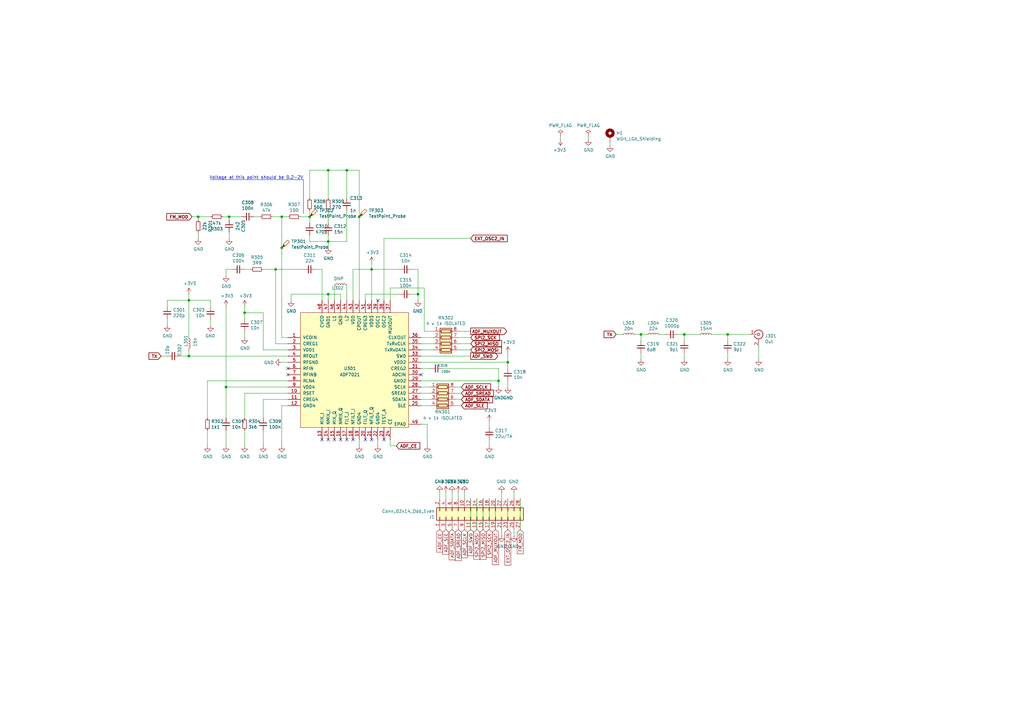
<source format=kicad_sch>
(kicad_sch (version 20230121) (generator eeschema)
  (paper "A3")
  (title_block (title "Digital  Repeater TX Board") (comment 3 "Author: DB9MAT Mathis, SO3ALG Nikoloz, SP5WWP Wojciech") (comment 4 "M17 Open Source Digital  Repeater"))
  (lib_symbols
    (symbol "Connector_Generic:Conn_02x14_Odd_Even" (pin_names (offset 1.016) hide)
      (property "Reference" "J" (at 1.27 17.78 0))
      (property "Value" "Conn_02x14_Odd_Even" (at 1.27 -20.32 0))
      (symbol "Conn_02x14_Odd_Even_1_1"
        (pin passive line (at -5.08 15.24 0) (length 3.81) (name "Pin_1") (number "1"))
        (pin passive line (at 7.62 5.08 180) (length 3.81) (name "Pin_10") (number "10"))
        (pin passive line (at -5.08 2.54 0) (length 3.81) (name "Pin_11") (number "11"))
        (pin passive line (at 7.62 2.54 180) (length 3.81) (name "Pin_12") (number "12"))
        (pin passive line (at -5.08 0 0) (length 3.81) (name "Pin_13") (number "13"))
        (pin passive line (at 7.62 0 180) (length 3.81) (name "Pin_14") (number "14"))
        (pin passive line (at -5.08 -2.54 0) (length 3.81) (name "Pin_15") (number "15"))
        (pin passive line (at 7.62 -2.54 180) (length 3.81) (name "Pin_16") (number "16"))
        (pin passive line (at -5.08 -5.08 0) (length 3.81) (name "Pin_17") (number "17"))
        (pin passive line (at 7.62 -5.08 180) (length 3.81) (name "Pin_18") (number "18"))
        (pin passive line (at -5.08 -7.62 0) (length 3.81) (name "Pin_19") (number "19"))
        (pin passive line (at 7.62 15.24 180) (length 3.81) (name "Pin_2") (number "2"))
        (pin passive line (at 7.62 -7.62 180) (length 3.81) (name "Pin_20") (number "20"))
        (pin passive line (at -5.08 -10.16 0) (length 3.81) (name "Pin_21") (number "21"))
        (pin passive line (at 7.62 -10.16 180) (length 3.81) (name "Pin_22") (number "22"))
        (pin passive line (at -5.08 -12.7 0) (length 3.81) (name "Pin_23") (number "23"))
        (pin passive line (at 7.62 -12.7 180) (length 3.81) (name "Pin_24") (number "24"))
        (pin passive line (at -5.08 -15.24 0) (length 3.81) (name "Pin_25") (number "25"))
        (pin passive line (at 7.62 -15.24 180) (length 3.81) (name "Pin_26") (number "26"))
        (pin passive line (at -5.08 -17.78 0) (length 3.81) (name "Pin_27") (number "27"))
        (pin passive line (at 7.62 -17.78 180) (length 3.81) (name "Pin_28") (number "28"))
        (pin passive line (at -5.08 12.7 0) (length 3.81) (name "Pin_3") (number "3"))
        (pin passive line (at 7.62 12.7 180) (length 3.81) (name "Pin_4") (number "4"))
        (pin passive line (at -5.08 10.16 0) (length 3.81) (name "Pin_5") (number "5"))
        (pin passive line (at 7.62 10.16 180) (length 3.81) (name "Pin_6") (number "6"))
        (pin passive line (at -5.08 7.62 0) (length 3.81) (name "Pin_7") (number "7"))
        (pin passive line (at 7.62 7.62 180) (length 3.81) (name "Pin_8") (number "8"))
        (pin passive line (at -5.08 5.08 0) (length 3.81) (name "Pin_9") (number "9"))
      )
    )
    (symbol "Device:R_Pack04" (pin_names (offset 0) hide)
      (property "Reference" "RN" (at -7.62 0 90))
      (property "Value" "R_Pack04" (at 5.08 0 90))
      (symbol "R_Pack04_1_1"
        (pin passive line (at -5.08 -5.08 90) (length 2.54) (name "R1.1") (number "1"))
        (pin passive line (at -2.54 -5.08 90) (length 2.54) (name "R2.1") (number "2"))
        (pin passive line (at 0 -5.08 90) (length 2.54) (name "R3.1") (number "3"))
        (pin passive line (at 2.54 -5.08 90) (length 2.54) (name "R4.1") (number "4"))
        (pin passive line (at 2.54 5.08 270) (length 2.54) (name "R4.2") (number "5"))
        (pin passive line (at 0 5.08 270) (length 2.54) (name "R3.2") (number "6"))
        (pin passive line (at -2.54 5.08 270) (length 2.54) (name "R2.2") (number "7"))
        (pin passive line (at -5.08 5.08 270) (length 2.54) (name "R1.2") (number "8"))
      )
    )
    (symbol "Mechanical:MountingHole_Pad" (pin_numbers hide) (pin_names (offset 1.016) hide)
      (property "Reference" "H" (at 0 6.35 0))
      (property "Value" "MountingHole_Pad" (at 0 4.445 0))
      (symbol "MountingHole_Pad_1_1"
        (pin input line (at 0 -2.54 90) (length 2.54) (name "1") (number "1"))
      )
    )
    (symbol "power:GND" (power) (pin_names (offset 0))
      (property "Value" "GND" (at 0 -3.81 0))
      (symbol "GND_1_1"
        (pin power_in line (at 0 0 270) (length 0) hide (name "GND") (number "1"))
      )
    )
    (symbol "power:PWR_FLAG" (power) (pin_numbers hide) (pin_names (offset 0) hide)
      (property "Value" "PWR_FLAG" (at 0 3.81 0))
      (symbol "PWR_FLAG_0_0"
        (pin power_out line (at 0 0 90) (length 0) (name "pwr") (number "1"))
      )
    )
    (symbol "tx_board-rescue:+3.3V-power" (power) (pin_names (offset 0))
      (property "Value" "+3.3V-power" (at 0 3.556 0))
      (symbol "+3.3V-power_1_1"
        (pin power_in line (at 0 0 90) (length 0) hide (name "+3V3") (number "1"))
      )
    )
    (symbol "tx_board-rescue:ADF7021-adf7021-rx_board-rescue-rx_board-rescue" (pin_names (offset 1.016))
      (property "Reference" "U" (at 0 -6.35 0))
      (property "Value" "ADF7021-adf7021-rx_board-rescue-rx_board-rescue" (at 0 11.43 0))
      (symbol "ADF7021-adf7021-rx_board-rescue-rx_board-rescue_1_1"
        (pin input line (at -25.4 13.97 0) (length 5.08) (name "VCOIN") (number "1"))
        (pin input line (at -25.4 -8.89 0) (length 5.08) (name "RSET") (number "10"))
        (pin input line (at -25.4 -11.43 0) (length 5.08) (name "CREG4") (number "11"))
        (pin input line (at -25.4 -13.97 0) (length 5.08) (name "GND4") (number "12"))
        (pin input line (at -11.43 -27.94 90) (length 5.08) (name "MIX_I") (number "13"))
        (pin input line (at -8.89 -27.94 90) (length 5.08) (name "NMIX_I") (number "14"))
        (pin input line (at -6.35 -27.94 90) (length 5.08) (name "MIX_Q") (number "15"))
        (pin input line (at -3.81 -27.94 90) (length 5.08) (name "NMIX_Q") (number "16"))
        (pin input line (at -1.27 -27.94 90) (length 5.08) (name "FILT_I") (number "17"))
        (pin input line (at 1.27 -27.94 90) (length 5.08) (name "NFILT_I") (number "18"))
        (pin input line (at 3.81 -27.94 90) (length 5.08) (name "GND4") (number "19"))
        (pin input line (at -25.4 11.43 0) (length 5.08) (name "CREG1") (number "2"))
        (pin input line (at 6.35 -27.94 90) (length 5.08) (name "FILT_Q") (number "20"))
        (pin input line (at 8.89 -27.94 90) (length 5.08) (name "NFILT_Q") (number "21"))
        (pin input line (at 11.43 -27.94 90) (length 5.08) (name "GND4") (number "22"))
        (pin input line (at 13.97 -27.94 90) (length 5.08) (name "TEST_A") (number "23"))
        (pin input line (at 16.51 -27.94 90) (length 5.08) (name "CE") (number "24"))
        (pin input line (at 29.21 -13.97 180) (length 5.08) (name "SLE") (number "25"))
        (pin input line (at 29.21 -11.43 180) (length 5.08) (name "SDATA") (number "26"))
        (pin input line (at 29.21 -8.89 180) (length 5.08) (name "SREAD") (number "27"))
        (pin input line (at 29.21 -6.35 180) (length 5.08) (name "SCLK") (number "28"))
        (pin input line (at 29.21 -3.81 180) (length 5.08) (name "GND2") (number "29"))
        (pin input line (at -25.4 8.89 0) (length 5.08) (name "VDD1") (number "3"))
        (pin input line (at 29.21 -1.27 180) (length 5.08) (name "ADCIN") (number "30"))
        (pin input line (at 29.21 1.27 180) (length 5.08) (name "CREG2") (number "31"))
        (pin input line (at 29.21 3.81 180) (length 5.08) (name "VDD2") (number "32"))
        (pin input line (at 29.21 6.35 180) (length 5.08) (name "SWD") (number "33"))
        (pin input line (at 29.21 8.89 180) (length 5.08) (name "TxRxDATA") (number "34"))
        (pin input line (at 29.21 11.43 180) (length 5.08) (name "TxRxCLK") (number "35"))
        (pin input line (at 29.21 13.97 180) (length 5.08) (name "CLKOUT") (number "36"))
        (pin input line (at 16.51 29.21 270) (length 5.08) (name "MUXOUT") (number "37"))
        (pin input line (at 13.97 29.21 270) (length 5.08) (name "OSC2") (number "38"))
        (pin input line (at 11.43 29.21 270) (length 5.08) (name "OSC1") (number "39"))
        (pin input line (at -25.4 6.35 0) (length 5.08) (name "RFOUT") (number "4"))
        (pin input line (at 8.89 29.21 270) (length 5.08) (name "VDD3") (number "40"))
        (pin input line (at 6.35 29.21 270) (length 5.08) (name "CREG3") (number "41"))
        (pin input line (at 3.81 29.21 270) (length 5.08) (name "CPOUT") (number "42"))
        (pin input line (at 1.27 29.21 270) (length 5.08) (name "VDD") (number "43"))
        (pin input line (at -1.27 29.21 270) (length 5.08) (name "L2") (number "44"))
        (pin input line (at -3.81 29.21 270) (length 5.08) (name "GND") (number "45"))
        (pin input line (at -6.35 29.21 270) (length 5.08) (name "L1") (number "46"))
        (pin input line (at -8.89 29.21 270) (length 5.08) (name "GND1") (number "47"))
        (pin input line (at -11.43 29.21 270) (length 5.08) (name "CVCO") (number "48"))
        (pin input line (at 29.21 -21.59 180) (length 5.08) (name "EPAD") (number "49"))
        (pin input line (at -25.4 3.81 0) (length 5.08) (name "RFGND") (number "5"))
        (pin input line (at -25.4 1.27 0) (length 5.08) (name "RFIN") (number "6"))
        (pin input line (at -25.4 -1.27 0) (length 5.08) (name "RFINB") (number "7"))
        (pin input line (at -25.4 -3.81 0) (length 5.08) (name "RLNA") (number "8"))
        (pin input line (at -25.4 -6.35 0) (length 5.08) (name "VDD4") (number "9"))
      )
    )
    (symbol "tx_board-rescue:C_Small-Device-Mainboard-rescue-rx_board-rescue-rx_board-rescue" (pin_numbers hide) (pin_names (offset 0.254) hide)
      (property "Reference" "C" (at 0.254 1.778 0))
      (property "Value" "C_Small-Device-Mainboard-rescue-rx_board-rescue-rx_board-rescue" (at 0.254 -2.032 0))
      (symbol "C_Small-Device-Mainboard-rescue-rx_board-rescue-rx_board-rescue_1_1"
        (pin passive line (at 0 2.54 270) (length 2.032) (name "~") (number "1"))
        (pin passive line (at 0 -2.54 90) (length 2.032) (name "~") (number "2"))
      )
    )
    (symbol "tx_board-rescue:C_Small-device-Mainboard-rescue-rx_board-rescue-rx_board-rescue" (pin_numbers hide) (pin_names (offset 0.254) hide)
      (property "Reference" "C" (at 0.254 1.778 0))
      (property "Value" "C_Small-device-Mainboard-rescue-rx_board-rescue-rx_board-rescue" (at 0.254 -2.032 0))
      (symbol "C_Small-device-Mainboard-rescue-rx_board-rescue-rx_board-rescue_1_1"
        (pin passive line (at 0 2.54 270) (length 2.032) (name "~") (number "1"))
        (pin passive line (at 0 -2.54 90) (length 2.032) (name "~") (number "2"))
      )
    )
    (symbol "tx_board-rescue:Conn_Coaxial-conn-Mainboard-rescue-rx_board-rescue-rx_board-rescue" (pin_names (offset 1.016) hide)
      (property "Reference" "J" (at 0.254 3.048 0))
      (property "Value" "Conn_Coaxial-conn-Mainboard-rescue-rx_board-rescue-rx_board-rescue" (at 2.921 0 90))
      (symbol "Conn_Coaxial-conn-Mainboard-rescue-rx_board-rescue-rx_board-rescue_1_1"
        (pin passive line (at -3.81 0 0) (length 2.54) (name "In") (number "1"))
        (pin passive line (at 0 -5.08 90) (length 2.54) (name "Ext") (number "2"))
      )
    )
    (symbol "tx_board-rescue:L_Small-Device-Mainboard-rescue-rx_board-rescue-rx_board-rescue" (pin_numbers hide) (pin_names (offset 0.254) hide)
      (property "Reference" "L" (at 0.762 1.016 0))
      (property "Value" "L_Small-Device-Mainboard-rescue-rx_board-rescue-rx_board-rescue" (at 0.762 -1.016 0))
      (symbol "L_Small-Device-Mainboard-rescue-rx_board-rescue-rx_board-rescue_1_1"
        (pin passive line (at 0 2.54 270) (length 0.508) (name "~") (number "1"))
        (pin passive line (at 0 -2.54 90) (length 0.508) (name "~") (number "2"))
      )
    )
    (symbol "tx_board-rescue:L_Small-device-Mainboard-rescue-rx_board-rescue-rx_board-rescue" (pin_numbers hide) (pin_names (offset 0.254) hide)
      (property "Reference" "L" (at 0.762 1.016 0))
      (property "Value" "L_Small-device-Mainboard-rescue-rx_board-rescue-rx_board-rescue" (at 0.762 -1.016 0))
      (symbol "L_Small-device-Mainboard-rescue-rx_board-rescue-rx_board-rescue_1_1"
        (pin passive line (at 0 2.54 270) (length 0.508) (name "~") (number "1"))
        (pin passive line (at 0 -2.54 90) (length 0.508) (name "~") (number "2"))
      )
    )
    (symbol "tx_board-rescue:R_Small-Device-Mainboard-rescue-rx_board-rescue-rx_board-rescue" (pin_numbers hide) (pin_names (offset 0.254) hide)
      (property "Reference" "R" (at 0.762 0.508 0))
      (property "Value" "R_Small-Device-Mainboard-rescue-rx_board-rescue-rx_board-rescue" (at 0.762 -1.016 0))
      (symbol "R_Small-Device-Mainboard-rescue-rx_board-rescue-rx_board-rescue_1_1"
        (pin passive line (at 0 2.54 270) (length 0.762) (name "~") (number "1"))
        (pin passive line (at 0 -2.54 90) (length 0.762) (name "~") (number "2"))
      )
    )
    (symbol "tx_board-rescue:TestPoint_Probe-Connector-Mainboard-rescue-rx_board-rescue-rx_board-rescue" (pin_numbers hide) (pin_names (offset 0.762) hide)
      (property "Reference" "TP" (at 1.651 5.842 0))
      (property "Value" "TestPoint_Probe-Connector-Mainboard-rescue-rx_board-rescue-rx_board-rescue" (at 1.651 4.064 0))
      (symbol "TestPoint_Probe-Connector-Mainboard-rescue-rx_board-rescue-rx_board-rescue_1_1"
        (pin passive line (at 0 0 90) (length 0) (name "1") (number "1"))
      )
    )
  )
  (junction (at 100.33 128.27))
  (junction (at 280.67 137.16))
  (junction (at 115.57 101.6))
  (junction (at 298.45 137.16))
  (junction (at 204.47 156.21))
  (junction (at 115.57 88.9))
  (junction (at 93.98 88.9))
  (junction (at 147.32 88.9))
  (junction (at 152.4 110.49))
  (junction (at 81.28 88.9))
  (junction (at 77.47 123.19))
  (junction (at 134.62 99.06))
  (junction (at 127 88.9))
  (junction (at 77.47 146.05))
  (junction (at 92.71 158.75))
  (junction (at 208.28 148.59))
  (junction (at 262.89 137.16))
  (junction (at 171.45 120.65))
  (junction (at 113.03 110.49))
  (junction (at 134.62 120.65))
  (junction (at 134.62 69.85))
  (junction (at 142.24 69.85))
  (no_connect (at 152.4 180.34))
  (no_connect (at 139.7 180.34))
  (no_connect (at 118.11 151.13))
  (no_connect (at 134.62 180.34))
  (no_connect (at 118.11 153.67))
  (no_connect (at 154.94 123.19))
  (no_connect (at 144.78 180.34))
  (no_connect (at 132.08 180.34))
  (no_connect (at 157.48 180.34))
  (no_connect (at 149.86 180.34))
  (no_connect (at 172.72 153.67))
  (no_connect (at 142.24 180.34))
  (no_connect (at 137.16 180.34))
  (wire (pts (xy 77.47 146.05) (xy 118.11 146.05)))
  (wire (pts (xy 77.47 123.19) (xy 77.47 120.65)))
  (wire (pts (xy 137.16 116.84) (xy 137.16 123.19)))
  (wire (pts (xy 107.95 128.27) (xy 107.95 143.51)))
  (wire (pts (xy 68.58 123.19) (xy 68.58 125.73)))
  (wire (pts (xy 280.67 137.16) (xy 280.67 139.7)))
  (wire (pts (xy 118.11 143.51) (xy 107.95 143.51)))
  (wire (pts (xy 203.2 204.47) (xy 203.2 217.17)))
  (wire (pts (xy 93.98 90.17) (xy 93.98 88.9)))
  (wire (pts (xy 139.7 120.65) (xy 139.7 123.19)))
  (wire (pts (xy 100.33 135.89) (xy 100.33 138.43)))
  (wire (pts (xy 200.66 204.47) (xy 200.66 217.17)))
  (wire (pts (xy 86.36 88.9) (xy 81.28 88.9)))
  (wire (pts (xy 180.34 204.47) (xy 180.34 201.93)))
  (wire (pts (xy 134.62 86.36) (xy 134.62 91.44)))
  (wire (pts (xy 147.32 180.34) (xy 147.32 182.88)))
  (wire (pts (xy 92.71 125.73) (xy 92.71 158.75)))
  (wire (pts (xy 171.45 120.65) (xy 171.45 123.19)))
  (wire (pts (xy 107.95 171.45) (xy 107.95 163.83)))
  (wire (pts (xy 127 86.36) (xy 127 88.9)))
  (wire (pts (xy 186.69 158.75) (xy 189.23 158.75)))
  (wire (pts (xy 160.02 123.19) (xy 160.02 118.11)))
  (wire (pts (xy 208.28 148.59) (xy 208.28 144.78)))
  (wire (pts (xy 208.28 156.21) (xy 208.28 158.75)))
  (wire (pts (xy 172.72 148.59) (xy 208.28 148.59)))
  (wire (pts (xy 68.58 130.81) (xy 68.58 133.35)))
  (wire (pts (xy 210.82 204.47) (xy 210.82 201.93)))
  (wire (pts (xy 154.94 180.34) (xy 154.94 182.88)))
  (wire (pts (xy 100.33 128.27) (xy 107.95 128.27)))
  (wire (pts (xy 134.62 81.28) (xy 134.62 69.85)))
  (wire (pts (xy 95.25 110.49) (xy 92.71 110.49)))
  (wire (pts (xy 172.72 163.83) (xy 176.53 163.83)))
  (wire (pts (xy 147.32 69.85) (xy 147.32 88.9)))
  (wire (pts (xy 142.24 81.28) (xy 142.24 69.85)))
  (wire (pts (xy 93.98 95.25) (xy 93.98 97.79)))
  (wire (pts (xy 262.89 137.16) (xy 262.89 139.7)))
  (wire (pts (xy 100.33 110.49) (xy 102.87 110.49)))
  (wire (pts (xy 113.03 140.97) (xy 118.11 140.97)))
  (wire (pts (xy 311.15 142.24) (xy 311.15 147.32)))
  (wire (pts (xy 127 69.85) (xy 134.62 69.85)))
  (wire (pts (xy 168.91 110.49) (xy 171.45 110.49)))
  (wire (pts (xy 134.62 99.06) (xy 134.62 101.6)))
  (wire (pts (xy 85.09 156.21) (xy 118.11 156.21)))
  (wire (pts (xy 134.62 99.06) (xy 134.62 96.52)))
  (wire (pts (xy 149.86 120.65) (xy 163.83 120.65)))
  (wire (pts (xy 127 99.06) (xy 134.62 99.06)))
  (wire (pts (xy 119.38 120.65) (xy 119.38 123.19)))
  (wire (pts (xy 144.78 123.19) (xy 144.78 110.49)))
  (wire (pts (xy 175.26 173.99) (xy 175.26 182.88)))
  (wire (pts (xy 147.32 123.19) (xy 147.32 88.9)))
  (wire (pts (xy 213.36 204.47) (xy 213.36 217.17)))
  (wire (pts (xy 182.88 201.93) (xy 182.88 204.47)))
  (wire (pts (xy 195.58 204.47) (xy 195.58 217.17)))
  (wire (pts (xy 77.47 123.19) (xy 77.47 138.43)))
  (wire (pts (xy 270.51 137.16) (xy 273.05 137.16)))
  (wire (pts (xy 118.11 138.43) (xy 115.57 138.43)))
  (wire (pts (xy 85.09 176.53) (xy 85.09 182.88)))
  (wire (pts (xy 152.4 110.49) (xy 163.83 110.49)))
  (wire (pts (xy 142.24 69.85) (xy 147.32 69.85)))
  (wire (pts (xy 229.87 55.88) (xy 229.87 57.15)))
  (wire (pts (xy 204.47 151.13) (xy 204.47 156.21)))
  (wire (pts (xy 91.44 88.9) (xy 93.98 88.9)))
  (wire (pts (xy 208.28 148.59) (xy 208.28 151.13)))
  (wire (pts (xy 252.73 137.16) (xy 255.27 137.16)))
  (wire (pts (xy 187.96 143.51) (xy 193.04 143.51)))
  (wire (pts (xy 107.95 163.83) (xy 118.11 163.83)))
  (polyline (pts (xy 124.46 87.63) (xy 124.46 73.66)))
  (wire (pts (xy 204.47 156.21) (xy 204.47 158.75)))
  (wire (pts (xy 205.74 217.17) (xy 205.74 219.71)))
  (wire (pts (xy 81.28 88.9) (xy 81.28 90.17)))
  (wire (pts (xy 93.98 88.9) (xy 99.06 88.9)))
  (wire (pts (xy 298.45 144.78) (xy 298.45 147.32)))
  (wire (pts (xy 100.33 171.45) (xy 100.33 161.29)))
  (wire (pts (xy 160.02 182.88) (xy 162.56 182.88)))
  (wire (pts (xy 172.72 146.05) (xy 193.04 146.05)))
  (wire (pts (xy 107.95 110.49) (xy 113.03 110.49)))
  (wire (pts (xy 298.45 137.16) (xy 298.45 139.7)))
  (wire (pts (xy 115.57 166.37) (xy 115.57 182.88)))
  (wire (pts (xy 142.24 116.84) (xy 142.24 123.19)))
  (wire (pts (xy 172.72 161.29) (xy 176.53 161.29)))
  (wire (pts (xy 172.72 156.21) (xy 204.47 156.21)))
  (wire (pts (xy 86.36 125.73) (xy 86.36 123.19)))
  (wire (pts (xy 115.57 101.6) (xy 115.57 138.43)))
  (wire (pts (xy 168.91 120.65) (xy 171.45 120.65)))
  (wire (pts (xy 92.71 158.75) (xy 118.11 158.75)))
  (wire (pts (xy 115.57 88.9) (xy 118.11 88.9)))
  (wire (pts (xy 152.4 110.49) (xy 152.4 107.95)))
  (wire (pts (xy 100.33 161.29) (xy 118.11 161.29)))
  (wire (pts (xy 250.19 58.42) (xy 250.19 59.69)))
  (wire (pts (xy 172.72 151.13) (xy 176.53 151.13)))
  (wire (pts (xy 100.33 176.53) (xy 100.33 182.88)))
  (wire (pts (xy 172.72 173.99) (xy 175.26 173.99)))
  (wire (pts (xy 86.36 130.81) (xy 86.36 133.35)))
  (wire (pts (xy 187.96 201.93) (xy 187.96 204.47)))
  (wire (pts (xy 92.71 110.49) (xy 92.71 113.03)))
  (wire (pts (xy 78.74 88.9) (xy 81.28 88.9)))
  (wire (pts (xy 177.8 138.43) (xy 172.72 138.43)))
  (wire (pts (xy 100.33 125.73) (xy 100.33 128.27)))
  (wire (pts (xy 106.68 88.9) (xy 104.14 88.9)))
  (wire (pts (xy 118.11 148.59) (xy 115.57 148.59)))
  (wire (pts (xy 172.72 158.75) (xy 176.53 158.75)))
  (wire (pts (xy 149.86 123.19) (xy 149.86 120.65)))
  (wire (pts (xy 134.62 120.65) (xy 139.7 120.65)))
  (wire (pts (xy 262.89 137.16) (xy 265.43 137.16)))
  (wire (pts (xy 173.99 135.89) (xy 177.8 135.89)))
  (wire (pts (xy 205.74 204.47) (xy 205.74 201.93)))
  (wire (pts (xy 198.12 204.47) (xy 198.12 217.17)))
  (wire (pts (xy 92.71 158.75) (xy 92.71 171.45)))
  (polyline (pts (xy 124.46 73.66) (xy 86.36 73.66)))
  (wire (pts (xy 278.13 137.16) (xy 280.67 137.16)))
  (wire (pts (xy 144.78 110.49) (xy 152.4 110.49)))
  (wire (pts (xy 177.8 140.97) (xy 172.72 140.97)))
  (wire (pts (xy 77.47 143.51) (xy 77.47 146.05)))
  (wire (pts (xy 262.89 144.78) (xy 262.89 147.32)))
  (wire (pts (xy 127 96.52) (xy 127 99.06)))
  (wire (pts (xy 111.76 88.9) (xy 115.57 88.9)))
  (wire (pts (xy 73.66 146.05) (xy 77.47 146.05)))
  (wire (pts (xy 171.45 110.49) (xy 171.45 120.65)))
  (wire (pts (xy 134.62 99.06) (xy 142.24 99.06)))
  (wire (pts (xy 190.5 204.47) (xy 190.5 201.93)))
  (wire (pts (xy 193.04 204.47) (xy 193.04 217.17)))
  (wire (pts (xy 200.66 182.88) (xy 200.66 180.34)))
  (wire (pts (xy 157.48 97.79) (xy 157.48 123.19)))
  (wire (pts (xy 134.62 120.65) (xy 119.38 120.65)))
  (wire (pts (xy 181.61 151.13) (xy 204.47 151.13)))
  (wire (pts (xy 193.04 135.89) (xy 187.96 135.89)))
  (wire (pts (xy 280.67 137.16) (xy 287.02 137.16)))
  (wire (pts (xy 86.36 123.19) (xy 77.47 123.19)))
  (wire (pts (xy 132.08 110.49) (xy 132.08 123.19)))
  (wire (pts (xy 100.33 130.81) (xy 100.33 128.27)))
  (wire (pts (xy 292.1 137.16) (xy 298.45 137.16)))
  (wire (pts (xy 160.02 180.34) (xy 160.02 182.88)))
  (wire (pts (xy 152.4 123.19) (xy 152.4 110.49)))
  (wire (pts (xy 118.11 166.37) (xy 115.57 166.37)))
  (wire (pts (xy 113.03 110.49) (xy 113.03 140.97)))
  (wire (pts (xy 157.48 97.79) (xy 193.04 97.79)))
  (wire (pts (xy 298.45 137.16) (xy 307.34 137.16)))
  (wire (pts (xy 186.69 166.37) (xy 189.23 166.37)))
  (wire (pts (xy 160.02 118.11) (xy 173.99 118.11)))
  (wire (pts (xy 208.28 204.47) (xy 208.28 217.17)))
  (wire (pts (xy 185.42 204.47) (xy 185.42 201.93)))
  (wire (pts (xy 68.58 123.19) (xy 77.47 123.19)))
  (wire (pts (xy 177.8 143.51) (xy 172.72 143.51)))
  (wire (pts (xy 127 88.9) (xy 127 91.44)))
  (wire (pts (xy 193.04 140.97) (xy 187.96 140.97)))
  (wire (pts (xy 142.24 99.06) (xy 142.24 86.36)))
  (wire (pts (xy 66.04 146.05) (xy 68.58 146.05)))
  (wire (pts (xy 92.71 176.53) (xy 92.71 182.88)))
  (wire (pts (xy 134.62 123.19) (xy 134.62 120.65)))
  (wire (pts (xy 241.3 55.88) (xy 241.3 57.15)))
  (wire (pts (xy 107.95 176.53) (xy 107.95 182.88)))
  (wire (pts (xy 123.19 88.9) (xy 127 88.9)))
  (wire (pts (xy 173.99 118.11) (xy 173.99 135.89)))
  (wire (pts (xy 280.67 144.78) (xy 280.67 147.32)))
  (wire (pts (xy 187.96 138.43) (xy 193.04 138.43)))
  (wire (pts (xy 113.03 110.49) (xy 124.46 110.49)))
  (wire (pts (xy 210.82 217.17) (xy 210.82 219.71)))
  (wire (pts (xy 115.57 88.9) (xy 115.57 101.6)))
  (wire (pts (xy 172.72 166.37) (xy 176.53 166.37)))
  (wire (pts (xy 81.28 95.25) (xy 81.28 97.79)))
  (wire (pts (xy 200.66 172.72) (xy 200.66 175.26)))
  (wire (pts (xy 127 69.85) (xy 127 81.28)))
  (wire (pts (xy 129.54 110.49) (xy 132.08 110.49)))
  (wire (pts (xy 134.62 69.85) (xy 142.24 69.85)))
  (wire (pts (xy 260.35 137.16) (xy 262.89 137.16)))
  (wire (pts (xy 186.69 163.83) (xy 189.23 163.83)))
  (wire (pts (xy 85.09 156.21) (xy 85.09 171.45)))
  (wire (pts (xy 189.23 161.29) (xy 186.69 161.29)))
  (text "Voltage at this point should be 0.2-2V" (at 124.46 73.66 0) (effects (font (size 1.27 1.27)) (justify right bottom)))
  (global_label "ADF_SREAD" (shape input) (at 187.96 217.17 270) (property "Intersheetrefs" "${INTERSHEET_REFS}" (effects hide)))
  (global_label "SPI2_MOSI" (shape input) (at 193.04 143.51 0) (effects (font (thickness 0.254) bold)) (property "Intersheetrefs" "${INTERSHEET_REFS}" (effects hide)))
  (global_label "ADF_SDATA" (shape input) (at 189.23 163.83 0) (effects (font (thickness 0.254) bold)) (property "Intersheetrefs" "${INTERSHEET_REFS}" (effects hide)))
  (global_label "ADF_MUXOUT" (shape output) (at 193.04 135.89 0) (effects (font (thickness 0.254) bold)) (property "Intersheetrefs" "${INTERSHEET_REFS}" (effects hide)))
  (global_label "ADF_CE" (shape input) (at 180.34 217.17 270) (property "Intersheetrefs" "${INTERSHEET_REFS}" (effects hide)))
  (global_label "EXT_OSC2_IN" (shape input) (at 193.04 97.79 0) (effects (font (thickness 0.254) bold)) (property "Intersheetrefs" "${INTERSHEET_REFS}" (effects hide)))
  (global_label "ADF_MUXOUT" (shape input) (at 203.2 217.17 270) (property "Intersheetrefs" "${INTERSHEET_REFS}" (effects hide)))
  (global_label "SPI2_MOSI" (shape input) (at 195.58 217.17 270) (property "Intersheetrefs" "${INTERSHEET_REFS}" (effects hide)))
  (global_label "FM_MOD" (shape input) (at 78.74 88.9 180) (effects (font (thickness 0.254) bold)) (property "Intersheetrefs" "${INTERSHEET_REFS}" (effects hide)))
  (global_label "EXT_OSC2_IN" (shape input) (at 208.28 217.17 270) (property "Intersheetrefs" "${INTERSHEET_REFS}" (effects hide)))
  (global_label "ADF_SDATA" (shape input) (at 185.42 217.17 270) (property "Intersheetrefs" "${INTERSHEET_REFS}" (effects hide)))
  (global_label "ADF_CE" (shape input) (at 162.56 182.88 0) (effects (font (thickness 0.254) bold)) (property "Intersheetrefs" "${INTERSHEET_REFS}" (effects hide)))
  (global_label "SPI2_MISO" (shape input) (at 198.12 217.17 270) (property "Intersheetrefs" "${INTERSHEET_REFS}" (effects hide)))
  (global_label "TX" (shape input) (at 66.04 146.05 180) (effects (font (thickness 0.254) bold)) (property "Intersheetrefs" "${INTERSHEET_REFS}" (effects hide)))
  (global_label "ADF_SREAD" (shape input) (at 189.23 161.29 0) (effects (font (thickness 0.254) bold)) (property "Intersheetrefs" "${INTERSHEET_REFS}" (effects hide)))
  (global_label "ADF_SWD" (shape input) (at 193.04 217.17 270) (property "Intersheetrefs" "${INTERSHEET_REFS}" (effects hide)))
  (global_label "SPI2_SCK" (shape input) (at 193.04 138.43 0) (effects (font (thickness 0.254) bold)) (property "Intersheetrefs" "${INTERSHEET_REFS}" (effects hide)))
  (global_label "ADF_SLE" (shape input) (at 182.88 217.17 270) (property "Intersheetrefs" "${INTERSHEET_REFS}" (effects hide)))
  (global_label "ADF_SCLK" (shape input) (at 190.5 217.17 270) (property "Intersheetrefs" "${INTERSHEET_REFS}" (effects hide)))
  (global_label "TX" (shape input) (at 252.73 137.16 180) (effects (font (thickness 0.254) bold)) (property "Intersheetrefs" "${INTERSHEET_REFS}" (effects hide)))
  (global_label "SPI2_SCK" (shape input) (at 200.66 217.17 270) (property "Intersheetrefs" "${INTERSHEET_REFS}" (effects hide)))
  (global_label "ADF_SLE" (shape input) (at 189.23 166.37 0) (effects (font (thickness 0.254) bold)) (property "Intersheetrefs" "${INTERSHEET_REFS}" (effects hide)))
  (global_label "FM_MOD" (shape input) (at 213.36 217.17 270) (property "Intersheetrefs" "${INTERSHEET_REFS}" (effects hide)))
  (global_label "SPI2_MISO" (shape input) (at 193.04 140.97 0) (effects (font (thickness 0.254) bold)) (property "Intersheetrefs" "${INTERSHEET_REFS}" (effects hide)))
  (global_label "ADF_SWD" (shape output) (at 193.04 146.05 0) (effects (font (thickness 0.254) bold)) (property "Intersheetrefs" "${INTERSHEET_REFS}" (effects hide)))
  (global_label "ADF_SCLK" (shape input) (at 189.23 158.75 0) (effects (font (thickness 0.254) bold)) (property "Intersheetrefs" "${INTERSHEET_REFS}" (effects hide)))
  (symbol (lib_id "tx_board-rescue:Conn_Coaxial-conn-Mainboard-rescue-rx_board-rescue-rx_board-rescue") (at 311.15 137.16 0) (unit 1)
    (property "Reference" "J301" (at 313.69 137.795 0) (effects (justify left)))
    (property "Value" "Out" (at 313.69 140.1064 0) (effects (justify left)))
    (property "Footprint" "Connector_Coaxial:SMA_Samtec_SMA-J-P-X-ST-EM1_EdgeMount" (effects hide))
  )
  (symbol (lib_id "power:GND") (at 311.15 147.32 0) (unit 1)
    (property "Reference" "#PWR0331" (effects hide))
    (property "Value" "GND" (at 311.277 151.7142 0))
  )
  (symbol (lib_id "tx_board-rescue:C_Small-device-Mainboard-rescue-rx_board-rescue-rx_board-rescue") (at 275.59 137.16 270) (unit 1)
    (property "Reference" "C320" (at 275.59 131.3434 90))
    (property "Value" "1000p" (at 275.59 133.6548 90))
    (property "Footprint" "Capacitor_SMD:C_0603_1608Metric_Pad1.05x0.95mm_HandSolder" (effects hide))
    (property "Voltage" "50" (effects hide))
    (property "TempCoef" "C0G" (effects hide))
    (property "Tolerance" "5" (effects hide))
  )
  (symbol (lib_id "tx_board-rescue:C_Small-device-Mainboard-rescue-rx_board-rescue-rx_board-rescue") (at 280.67 142.24 0) (mirror x) (unit 1)
    (property "Reference" "C321" (at 278.3332 141.0716 0) (effects (justify right)))
    (property "Value" "9p1" (at 278.3332 143.383 0) (effects (justify right)))
    (property "Footprint" "Capacitor_SMD:C_0603_1608Metric_Pad1.05x0.95mm_HandSolder" (effects hide))
    (property "Voltage" "50" (effects hide))
    (property "Tolerance" "5" (effects hide))
    (property "TempCoef" "C0G" (effects hide))
  )
  (symbol (lib_id "tx_board-rescue:L_Small-device-Mainboard-rescue-rx_board-rescue-rx_board-rescue") (at 289.56 137.16 90) (unit 1)
    (property "Reference" "L305" (at 289.56 132.461 90))
    (property "Value" "15nH" (at 289.56 134.7724 90))
    (property "Footprint" "Inductor_SMD:L_0603_1608Metric_Pad1.05x0.95mm_HandSolder" (effects hide))
  )
  (symbol (lib_id "tx_board-rescue:C_Small-device-Mainboard-rescue-rx_board-rescue-rx_board-rescue") (at 298.45 142.24 180) (unit 1)
    (property "Reference" "C322" (at 300.7868 141.0716 0) (effects (justify right)))
    (property "Value" "9p1" (at 300.7868 143.383 0) (effects (justify right)))
    (property "Footprint" "Capacitor_SMD:C_0603_1608Metric_Pad1.05x0.95mm_HandSolder" (effects hide))
    (property "Voltage" "50" (effects hide))
    (property "Tolerance" "5" (effects hide))
    (property "TempCoef" "C0G" (effects hide))
  )
  (symbol (lib_id "power:GND") (at 280.67 147.32 0) (unit 1)
    (property "Reference" "#PWR0329" (effects hide))
    (property "Value" "GND" (at 280.797 151.7142 0))
  )
  (symbol (lib_id "power:GND") (at 298.45 147.32 0) (unit 1)
    (property "Reference" "#PWR0330" (effects hide))
    (property "Value" "GND" (at 298.577 151.7142 0))
  )
  (symbol (lib_id "tx_board-rescue:ADF7021-adf7021-rx_board-rescue-rx_board-rescue") (at 143.51 152.4 0) (unit 1)
    (property "Reference" "U301" (at 143.51 151.13 0) (effects (font (size 1.2446 1.2446))))
    (property "Value" "ADF7021" (at 143.51 153.67 0) (effects (font (size 1.2446 1.2446))))
    (property "Footprint" "Package_CSP:LFCSP-48-1EP_7x7mm_P0.5mm_EP4.1x4.1mm_ThermalVias" (effects hide))
  )
  (symbol (lib_id "tx_board-rescue:C_Small-Device-Mainboard-rescue-rx_board-rescue-rx_board-rescue") (at 179.07 151.13 270) (unit 1)
    (property "Reference" "C316" (at 181.61 149.86 90) (effects (font (size 0.9906 0.9906))))
    (property "Value" "100n" (at 182.88 152.4 90) (effects (font (size 0.9906 0.9906))))
    (property "Footprint" "Capacitor_SMD:C_0603_1608Metric_Pad1.05x0.95mm_HandSolder" (effects hide))
    (property "Voltage" "50" (effects hide))
    (property "Tolerance" "10" (effects hide))
    (property "TempCoef" "X7R" (effects hide))
  )
  (symbol (lib_id "tx_board-rescue:C_Small-Device-Mainboard-rescue-rx_board-rescue-rx_board-rescue") (at 208.28 153.67 0) (unit 1)
    (property "Reference" "C318" (at 210.6168 152.5016 0) (effects (justify left)))
    (property "Value" "10n" (at 210.6168 154.813 0) (effects (justify left)))
    (property "Footprint" "Capacitor_SMD:C_0603_1608Metric_Pad1.05x0.95mm_HandSolder" (effects hide))
    (property "Tolerance" "10" (effects hide))
    (property "Voltage" "50" (effects hide))
    (property "TempCoef" "X7R" (effects hide))
  )
  (symbol (lib_id "tx_board-rescue:+3.3V-power") (at 208.28 144.78 0) (unit 1)
    (property "Reference" "#PWR0326" (effects hide))
    (property "Value" "+3.3V" (at 208.661 140.3858 0))
  )
  (symbol (lib_id "power:GND") (at 208.28 158.75 0) (unit 1)
    (property "Reference" "#PWR0327" (effects hide))
    (property "Value" "GND" (at 208.407 163.1442 0))
  )
  (symbol (lib_id "power:GND") (at 204.47 158.75 0) (unit 1)
    (property "Reference" "#PWR0325" (effects hide))
    (property "Value" "GND" (at 204.597 163.1442 0))
  )
  (symbol (lib_id "tx_board-rescue:R_Small-Device-Mainboard-rescue-rx_board-rescue-rx_board-rescue") (at 120.65 88.9 270) (unit 1)
    (property "Reference" "R307" (at 120.65 83.9216 90))
    (property "Value" "100" (at 120.65 86.233 90))
    (property "Footprint" "Resistor_SMD:R_0603_1608Metric_Pad1.05x0.95mm_HandSolder" (effects hide))
    (property "Power" "0.125" (effects hide))
    (property "Tolerance" "5" (effects hide))
  )
  (symbol (lib_id "tx_board-rescue:R_Small-Device-Mainboard-rescue-rx_board-rescue-rx_board-rescue") (at 109.22 88.9 270) (unit 1)
    (property "Reference" "R306" (at 109.22 83.9216 90))
    (property "Value" "47k" (at 109.22 86.233 90))
    (property "Footprint" "Resistor_SMD:R_0603_1608Metric_Pad1.05x0.95mm_HandSolder" (effects hide))
    (property "Power" "0.125" (effects hide))
    (property "Tolerance" "5" (effects hide))
  )
  (symbol (lib_id "tx_board-rescue:C_Small-Device-Mainboard-rescue-rx_board-rescue-rx_board-rescue") (at 101.6 88.9 270) (unit 1)
    (property "Reference" "C308" (at 101.6 83.0834 90))
    (property "Value" "100n" (at 101.6 85.3948 90))
    (property "Footprint" "Capacitor_SMD:C_0603_1608Metric_Pad1.05x0.95mm_HandSolder" (effects hide))
    (property "Voltage" "50" (effects hide))
    (property "Tolerance" "10" (effects hide))
    (property "TempCoef" "X7R" (effects hide))
  )
  (symbol (lib_id "power:GND") (at 154.94 182.88 0) (unit 1)
    (property "Reference" "#PWR0320" (effects hide))
    (property "Value" "GND" (at 155.067 187.2742 0))
  )
  (symbol (lib_id "power:GND") (at 147.32 182.88 0) (unit 1)
    (property "Reference" "#PWR0318" (effects hide))
    (property "Value" "GND" (at 147.447 187.2742 0))
  )
  (symbol (lib_id "power:GND") (at 175.26 182.88 0) (unit 1)
    (property "Reference" "#PWR0322" (effects hide))
    (property "Value" "GND" (at 175.387 187.2742 0))
  )
  (symbol (lib_id "power:GND") (at 115.57 182.88 0) (unit 1)
    (property "Reference" "#PWR0315" (effects hide))
    (property "Value" "GND" (at 115.697 187.2742 0))
  )
  (symbol (lib_id "tx_board-rescue:C_Small-Device-Mainboard-rescue-rx_board-rescue-rx_board-rescue") (at 107.95 173.99 0) (unit 1)
    (property "Reference" "C309" (at 110.2868 172.8216 0) (effects (justify left)))
    (property "Value" "100n" (at 110.2868 175.133 0) (effects (justify left)))
    (property "Footprint" "Capacitor_SMD:C_0603_1608Metric_Pad1.05x0.95mm_HandSolder" (effects hide))
    (property "Voltage" "50" (effects hide))
    (property "Tolerance" "10" (effects hide))
    (property "TempCoef" "X7R" (effects hide))
  )
  (symbol (lib_id "power:GND") (at 107.95 182.88 0) (unit 1)
    (property "Reference" "#PWR0313" (effects hide))
    (property "Value" "GND" (at 108.077 187.2742 0))
  )
  (symbol (lib_id "tx_board-rescue:R_Small-Device-Mainboard-rescue-rx_board-rescue-rx_board-rescue") (at 100.33 173.99 0) (unit 1)
    (property "Reference" "R304" (at 101.8286 172.8216 0) (effects (justify left)))
    (property "Value" "3k6" (at 101.8286 175.133 0) (effects (justify left)))
    (property "Footprint" "Resistor_SMD:R_0603_1608Metric_Pad1.05x0.95mm_HandSolder" (effects hide))
    (property "Power" "0.125" (effects hide))
    (property "Tolerance" "5" (effects hide))
  )
  (symbol (lib_id "power:GND") (at 100.33 182.88 0) (unit 1)
    (property "Reference" "#PWR0312" (effects hide))
    (property "Value" "GND" (at 100.457 187.2742 0))
  )
  (symbol (lib_id "tx_board-rescue:C_Small-Device-Mainboard-rescue-rx_board-rescue-rx_board-rescue") (at 92.71 173.99 0) (unit 1)
    (property "Reference" "C304" (at 95.0468 172.8216 0) (effects (justify left)))
    (property "Value" "10n" (at 95.0468 175.133 0) (effects (justify left)))
    (property "Footprint" "Capacitor_SMD:C_0603_1608Metric_Pad1.05x0.95mm_HandSolder" (effects hide))
    (property "Tolerance" "10" (effects hide))
    (property "Voltage" "50" (effects hide))
    (property "TempCoef" "X7R" (effects hide))
  )
  (symbol (lib_id "power:GND") (at 92.71 182.88 0) (unit 1)
    (property "Reference" "#PWR0308" (effects hide))
    (property "Value" "GND" (at 92.837 187.2742 0))
  )
  (symbol (lib_id "tx_board-rescue:R_Small-Device-Mainboard-rescue-rx_board-rescue-rx_board-rescue") (at 85.09 173.99 0) (unit 1)
    (property "Reference" "R302" (at 86.5886 172.8216 0) (effects (justify left)))
    (property "Value" "1k1" (at 86.5886 175.133 0) (effects (justify left)))
    (property "Footprint" "Resistor_SMD:R_0603_1608Metric_Pad1.05x0.95mm_HandSolder" (effects hide))
    (property "Power" "0.125" (effects hide))
    (property "Tolerance" "5" (effects hide))
  )
  (symbol (lib_id "tx_board-rescue:R_Small-Device-Mainboard-rescue-rx_board-rescue-rx_board-rescue") (at 81.28 92.71 180) (unit 1)
    (property "Reference" "R301" (at 86.2584 92.71 90))
    (property "Value" "22k" (at 83.947 92.71 90))
    (property "Footprint" "Resistor_SMD:R_0603_1608Metric_Pad1.05x0.95mm_HandSolder" (effects hide))
    (property "Power" "0.125" (effects hide))
    (property "Tolerance" "5" (effects hide))
  )
  (symbol (lib_id "power:GND") (at 85.09 182.88 0) (unit 1)
    (property "Reference" "#PWR0304" (effects hide))
    (property "Value" "GND" (at 85.217 187.2742 0))
  )
  (symbol (lib_id "power:GND") (at 81.28 97.79 0) (unit 1)
    (property "Reference" "#PWR0303" (effects hide))
    (property "Value" "GND" (at 81.407 102.1842 0))
  )
  (symbol (lib_id "tx_board-rescue:R_Small-Device-Mainboard-rescue-rx_board-rescue-rx_board-rescue") (at 88.9 88.9 90) (unit 1)
    (property "Reference" "R303" (at 88.9 93.8784 90))
    (property "Value" "47k" (at 88.9 91.567 90))
    (property "Footprint" "Resistor_SMD:R_0603_1608Metric_Pad1.05x0.95mm_HandSolder" (effects hide))
    (property "Power" "0.125" (effects hide))
    (property "Tolerance" "5" (effects hide))
  )
  (symbol (lib_id "tx_board-rescue:C_Small-Device-Mainboard-rescue-rx_board-rescue-rx_board-rescue") (at 93.98 92.71 180) (unit 1)
    (property "Reference" "C305" (at 99.7966 92.71 90))
    (property "Value" "2n2" (at 97.4852 92.71 90))
    (property "Footprint" "Capacitor_SMD:C_0603_1608Metric_Pad1.05x0.95mm_HandSolder" (effects hide))
    (property "Voltage" "50" (effects hide))
    (property "Tolerance" "5" (effects hide))
    (property "TempCoef" "X7R" (effects hide))
  )
  (symbol (lib_id "tx_board-rescue:TestPoint_Probe-Connector-Mainboard-rescue-rx_board-rescue-rx_board-rescue") (at 127 88.9 0) (unit 1)
    (property "Reference" "TP302" (at 130.8862 86.3346 0) (effects (justify left)))
    (property "Value" "TestPoint_Probe" (at 130.8862 88.646 0) (effects (justify left)))
    (property "Footprint" "TestPoint:TestPoint_Pad_D1.0mm" (effects hide))
  )
  (symbol (lib_id "tx_board-rescue:TestPoint_Probe-Connector-Mainboard-rescue-rx_board-rescue-rx_board-rescue") (at 115.57 101.6 0) (unit 1)
    (property "Reference" "TP301" (at 119.4562 99.0346 0) (effects (justify left)))
    (property "Value" "TestPoint_Probe" (at 119.4562 101.346 0) (effects (justify left)))
    (property "Footprint" "TestPoint:TestPoint_Pad_D1.0mm" (effects hide))
  )
  (symbol (lib_id "tx_board-rescue:TestPoint_Probe-Connector-Mainboard-rescue-rx_board-rescue-rx_board-rescue") (at 147.32 88.9 0) (unit 1)
    (property "Reference" "TP303" (at 151.2062 86.3346 0) (effects (justify left)))
    (property "Value" "TestPoint_Probe" (at 151.2062 88.646 0) (effects (justify left)))
    (property "Footprint" "TestPoint:TestPoint_Pad_D1.0mm" (effects hide))
  )
  (symbol (lib_id "power:GND") (at 93.98 97.79 0) (unit 1)
    (property "Reference" "#PWR0309" (effects hide))
    (property "Value" "GND" (at 94.107 102.1842 0))
  )
  (symbol (lib_id "tx_board-rescue:L_Small-Device-Mainboard-rescue-rx_board-rescue-rx_board-rescue") (at 139.7 116.84 90) (unit 1)
    (property "Reference" "L302" (at 140.97 118.11 90) (effects (justify left)))
    (property "Value" "DNP" (at 140.97 114.3 90) (effects (justify left)))
    (property "Footprint" "Inductor_SMD:L_0603_1608Metric_Pad1.05x0.95mm_HandSolder" (effects hide))
  )
  (symbol (lib_id "tx_board-rescue:C_Small-Device-Mainboard-rescue-rx_board-rescue-rx_board-rescue") (at 71.12 146.05 90) (mirror x) (unit 1)
    (property "Reference" "C302" (at 73.66 143.51 0))
    (property "Value" "10p" (at 68.58 143.51 0))
    (property "Footprint" "Capacitor_SMD:C_0603_1608Metric_Pad1.05x0.95mm_HandSolder" (effects hide))
    (property "Voltage" "50" (effects hide))
    (property "TempCoef" "C0G" (effects hide))
    (property "Tolerance" "5" (effects hide))
  )
  (symbol (lib_id "tx_board-rescue:C_Small-device-Mainboard-rescue-rx_board-rescue-rx_board-rescue") (at 200.66 177.8 0) (unit 1)
    (property "Reference" "C317" (at 202.9968 176.6316 0) (effects (justify left)))
    (property "Value" "22u/TA" (at 202.9968 178.943 0) (effects (justify left)))
    (property "Footprint" "Capacitor_Tantalum_SMD:CP_EIA-3216-18_Kemet-A_Pad1.58x1.35mm_HandSolder" (effects hide))
    (property "Partno" "TAJA226K006RNJV" (effects hide))
    (property "Tolerance" "10" (effects hide))
    (property "Voltage" "10" (effects hide))
    (property "TempCoef" "TANTAL" (effects hide))
  )
  (symbol (lib_id "power:GND") (at 115.57 148.59 270) (unit 1)
    (property "Reference" "#PWR0314" (effects hide))
    (property "Value" "GND" (at 112.3188 148.717 90) (effects (justify right)))
  )
  (symbol (lib_id "tx_board-rescue:L_Small-Device-Mainboard-rescue-rx_board-rescue-rx_board-rescue") (at 77.47 140.97 0) (unit 1)
    (property "Reference" "L301" (at 76.2 142.24 90) (effects (justify left)))
    (property "Value" "15n" (at 80.01 142.24 90) (effects (justify left)))
    (property "Footprint" "Inductor_SMD:L_0603_1608Metric_Pad1.05x0.95mm_HandSolder" (effects hide))
  )
  (symbol (lib_id "tx_board-rescue:+3.3V-power") (at 200.66 172.72 0) (unit 1)
    (property "Reference" "#PWR0323" (effects hide))
    (property "Value" "+3.3V" (at 201.041 168.3258 0))
  )
  (symbol (lib_id "power:GND") (at 200.66 182.88 0) (unit 1)
    (property "Reference" "#PWR0324" (effects hide))
    (property "Value" "GND" (at 200.787 187.2742 0))
  )
  (symbol (lib_id "tx_board-rescue:C_Small-Device-Mainboard-rescue-rx_board-rescue-rx_board-rescue") (at 68.58 128.27 0) (unit 1)
    (property "Reference" "C301" (at 70.9168 127.1016 0) (effects (justify left)))
    (property "Value" "220p" (at 70.9168 129.413 0) (effects (justify left)))
    (property "Footprint" "Capacitor_SMD:C_0603_1608Metric_Pad1.05x0.95mm_HandSolder" (effects hide))
    (property "Voltage" "50" (effects hide))
    (property "TempCoef" "C0G" (effects hide))
    (property "Tolerance" "5" (effects hide))
  )
  (symbol (lib_id "power:GND") (at 68.58 133.35 0) (unit 1)
    (property "Reference" "#PWR0301" (effects hide))
    (property "Value" "GND" (at 68.707 137.7442 0))
  )
  (symbol (lib_id "tx_board-rescue:C_Small-Device-Mainboard-rescue-rx_board-rescue-rx_board-rescue") (at 86.36 128.27 0) (mirror y) (unit 1)
    (property "Reference" "C303" (at 84.0232 127.1016 0) (effects (justify left)))
    (property "Value" "10n" (at 84.0232 129.413 0) (effects (justify left)))
    (property "Footprint" "Capacitor_SMD:C_0603_1608Metric_Pad1.05x0.95mm_HandSolder" (effects hide))
    (property "Tolerance" "10" (effects hide))
    (property "Voltage" "50" (effects hide))
    (property "TempCoef" "X7R" (effects hide))
  )
  (symbol (lib_id "power:GND") (at 86.36 133.35 0) (mirror y) (unit 1)
    (property "Reference" "#PWR0305" (effects hide))
    (property "Value" "GND" (at 86.233 137.7442 0))
  )
  (symbol (lib_id "tx_board-rescue:+3.3V-power") (at 77.47 120.65 0) (unit 1)
    (property "Reference" "#PWR0302" (effects hide))
    (property "Value" "+3.3V" (at 77.851 116.2558 0))
  )
  (symbol (lib_id "tx_board-rescue:+3.3V-power") (at 92.71 125.73 0) (unit 1)
    (property "Reference" "#PWR0307" (effects hide))
    (property "Value" "+3.3V" (at 93.091 121.3358 0))
  )
  (symbol (lib_id "tx_board-rescue:C_Small-Device-Mainboard-rescue-rx_board-rescue-rx_board-rescue") (at 100.33 133.35 0) (unit 1)
    (property "Reference" "C307" (at 102.6668 132.1816 0) (effects (justify left)))
    (property "Value" "10n" (at 102.6668 134.493 0) (effects (justify left)))
    (property "Footprint" "Capacitor_SMD:C_0603_1608Metric_Pad1.05x0.95mm_HandSolder" (effects hide))
    (property "Tolerance" "10" (effects hide))
    (property "Voltage" "50" (effects hide))
    (property "TempCoef" "X7R" (effects hide))
  )
  (symbol (lib_id "power:GND") (at 100.33 138.43 0) (unit 1)
    (property "Reference" "#PWR0311" (effects hide))
    (property "Value" "GND" (at 100.457 142.8242 0))
  )
  (symbol (lib_id "tx_board-rescue:+3.3V-power") (at 100.33 125.73 0) (unit 1)
    (property "Reference" "#PWR0310" (effects hide))
    (property "Value" "+3.3V" (at 100.711 121.3358 0))
  )
  (symbol (lib_id "tx_board-rescue:R_Small-Device-Mainboard-rescue-rx_board-rescue-rx_board-rescue") (at 105.41 110.49 270) (unit 1)
    (property "Reference" "R305" (at 105.41 105.5116 90))
    (property "Value" "3R9" (at 105.41 107.823 90))
    (property "Footprint" "Resistor_SMD:R_0603_1608Metric_Pad1.05x0.95mm_HandSolder" (effects hide))
    (property "Power" "0.125" (effects hide))
    (property "Tolerance" "5" (effects hide))
  )
  (symbol (lib_id "tx_board-rescue:C_Small-Device-Mainboard-rescue-rx_board-rescue-rx_board-rescue") (at 97.79 110.49 270) (unit 1)
    (property "Reference" "C306" (at 97.79 104.6734 90))
    (property "Value" "100n" (at 97.79 106.9848 90))
    (property "Footprint" "Capacitor_SMD:C_0603_1608Metric_Pad1.05x0.95mm_HandSolder" (effects hide))
    (property "Voltage" "50" (effects hide))
    (property "Tolerance" "10" (effects hide))
    (property "TempCoef" "X7R" (effects hide))
  )
  (symbol (lib_id "power:GND") (at 92.71 113.03 0) (unit 1)
    (property "Reference" "#PWR0306" (effects hide))
    (property "Value" "GND" (at 92.837 117.4242 0))
  )
  (symbol (lib_id "power:GND") (at 119.38 123.19 0) (unit 1)
    (property "Reference" "#PWR0316" (effects hide))
    (property "Value" "GND" (at 119.507 127.5842 0))
  )
  (symbol (lib_id "tx_board-rescue:C_Small-Device-Mainboard-rescue-rx_board-rescue-rx_board-rescue") (at 127 110.49 270) (unit 1)
    (property "Reference" "C311" (at 127 104.6734 90))
    (property "Value" "22n" (at 127 106.9848 90))
    (property "Footprint" "Capacitor_SMD:C_0603_1608Metric_Pad1.05x0.95mm_HandSolder" (effects hide))
    (property "Voltage" "50" (effects hide))
    (property "TempCoef" "X7R" (effects hide))
    (property "Tolerance" "10" (effects hide))
  )
  (symbol (lib_id "Device:R_Pack04") (at 182.88 140.97 270) (unit 1)
    (property "Reference" "RN302" (at 182.88 130.3782 90))
    (property "Value" "4 x 1k ISOLATED" (at 182.88 132.6896 90))
    (property "Footprint" "Resistor_SMD:R_Array_Concave_4x0603" (effects hide))
    (property "Tolerance" "5" (effects hide))
  )
  (symbol (lib_id "tx_board-rescue:R_Small-Device-Mainboard-rescue-rx_board-rescue-rx_board-rescue") (at 127 83.82 0) (unit 1)
    (property "Reference" "R308" (at 128.4986 82.6516 0) (effects (justify left)))
    (property "Value" "560" (at 128.4986 84.963 0) (effects (justify left)))
    (property "Footprint" "Resistor_SMD:R_0603_1608Metric_Pad1.05x0.95mm_HandSolder" (effects hide))
    (property "Power" "0.125" (effects hide))
    (property "Tolerance" "5" (effects hide))
  )
  (symbol (lib_id "tx_board-rescue:R_Small-Device-Mainboard-rescue-rx_board-rescue-rx_board-rescue") (at 134.62 83.82 0) (unit 1)
    (property "Reference" "R309" (at 136.1186 82.6516 0) (effects (justify left)))
    (property "Value" "270" (at 136.1186 84.963 0) (effects (justify left)))
    (property "Footprint" "Resistor_SMD:R_0603_1608Metric_Pad1.05x0.95mm_HandSolder" (effects hide))
    (property "Power" "0.125" (effects hide))
    (property "Tolerance" "5" (effects hide))
  )
  (symbol (lib_id "tx_board-rescue:C_Small-Device-Mainboard-rescue-rx_board-rescue-rx_board-rescue") (at 142.24 83.82 0) (unit 1)
    (property "Reference" "C313" (at 143.51 81.28 0) (effects (justify left)))
    (property "Value" "1n" (at 143.51 86.36 0) (effects (justify left)))
    (property "Footprint" "Capacitor_SMD:C_0603_1608Metric_Pad1.05x0.95mm_HandSolder" (effects hide))
    (property "Voltage" "50" (effects hide))
    (property "TempCoef" "X7R" (effects hide))
    (property "Tolerance" "10" (effects hide))
  )
  (symbol (lib_id "tx_board-rescue:C_Small-Device-Mainboard-rescue-rx_board-rescue-rx_board-rescue") (at 127 93.98 0) (unit 1)
    (property "Reference" "C310" (at 129.3368 92.8116 0) (effects (justify left)))
    (property "Value" "470p" (at 129.3368 95.123 0) (effects (justify left)))
    (property "Footprint" "Capacitor_SMD:C_0603_1608Metric_Pad1.05x0.95mm_HandSolder" (effects hide))
    (property "Voltage" "50" (effects hide))
    (property "TempCoef" "C0G" (effects hide))
    (property "Tolerance" "5" (effects hide))
  )
  (symbol (lib_id "tx_board-rescue:C_Small-Device-Mainboard-rescue-rx_board-rescue-rx_board-rescue") (at 134.62 93.98 0) (unit 1)
    (property "Reference" "C312" (at 136.9568 92.8116 0) (effects (justify left)))
    (property "Value" "15n" (at 136.9568 95.123 0) (effects (justify left)))
    (property "Footprint" "Capacitor_SMD:C_0603_1608Metric_Pad1.05x0.95mm_HandSolder" (effects hide))
    (property "Voltage" "50" (effects hide))
    (property "TempCoef" "X7R" (effects hide))
    (property "Tolerance" "10" (effects hide))
  )
  (symbol (lib_id "power:GND") (at 134.62 101.6 0) (unit 1)
    (property "Reference" "#PWR0317" (effects hide))
    (property "Value" "GND" (at 134.747 105.9942 0))
  )
  (symbol (lib_id "tx_board-rescue:C_Small-Device-Mainboard-rescue-rx_board-rescue-rx_board-rescue") (at 166.37 120.65 90) (mirror x) (unit 1)
    (property "Reference" "C315" (at 166.37 114.8334 90))
    (property "Value" "100n" (at 166.37 117.1448 90))
    (property "Footprint" "Capacitor_SMD:C_0603_1608Metric_Pad1.05x0.95mm_HandSolder" (effects hide))
    (property "Voltage" "50" (effects hide))
    (property "Tolerance" "10" (effects hide))
    (property "TempCoef" "X7R" (effects hide))
  )
  (symbol (lib_id "power:GND") (at 171.45 123.19 0) (mirror y) (unit 1)
    (property "Reference" "#PWR0321" (effects hide))
    (property "Value" "GND" (at 171.323 127.5842 0))
  )
  (symbol (lib_id "tx_board-rescue:C_Small-Device-Mainboard-rescue-rx_board-rescue-rx_board-rescue") (at 166.37 110.49 90) (mirror x) (unit 1)
    (property "Reference" "C314" (at 166.37 104.6734 90))
    (property "Value" "10n" (at 166.37 106.9848 90))
    (property "Footprint" "Capacitor_SMD:C_0603_1608Metric_Pad1.05x0.95mm_HandSolder" (effects hide))
    (property "Tolerance" "10" (effects hide))
    (property "Voltage" "50" (effects hide))
    (property "TempCoef" "X7R" (effects hide))
  )
  (symbol (lib_id "Device:R_Pack04") (at 181.61 163.83 270) (unit 1)
    (property "Reference" "RN301" (at 181.61 168.91 90))
    (property "Value" "4 x 1k ISOLATED" (at 181.61 171.45 90))
    (property "Footprint" "Resistor_SMD:R_Array_Concave_4x0603" (effects hide))
    (property "Tolerance" "5" (effects hide))
  )
  (symbol (lib_id "tx_board-rescue:+3.3V-power") (at 152.4 107.95 0) (unit 1)
    (property "Reference" "#PWR0319" (effects hide))
    (property "Value" "+3.3V" (at 152.781 103.5558 0))
  )
  (symbol (lib_id "tx_board-rescue:L_Small-Device-Mainboard-rescue-rx_board-rescue-rx_board-rescue") (at 257.81 137.16 90) (unit 1)
    (property "Reference" "L303" (at 257.81 132.461 90))
    (property "Value" "20n" (at 257.81 134.7724 90))
    (property "Footprint" "Inductor_SMD:L_0603_1608Metric_Pad1.05x0.95mm_HandSolder" (effects hide))
  )
  (symbol (lib_id "tx_board-rescue:L_Small-Device-Mainboard-rescue-rx_board-rescue-rx_board-rescue") (at 267.97 137.16 90) (unit 1)
    (property "Reference" "L304" (at 267.97 132.461 90))
    (property "Value" "22n" (at 267.97 134.7724 90))
    (property "Footprint" "Inductor_SMD:L_0603_1608Metric_Pad1.05x0.95mm_HandSolder" (effects hide))
  )
  (symbol (lib_id "tx_board-rescue:C_Small-Device-Mainboard-rescue-rx_board-rescue-rx_board-rescue") (at 262.89 142.24 0) (unit 1)
    (property "Reference" "C319" (at 265.2268 141.0716 0) (effects (justify left)))
    (property "Value" "6p8" (at 265.2268 143.383 0) (effects (justify left)))
    (property "Footprint" "Capacitor_SMD:C_0603_1608Metric_Pad1.05x0.95mm_HandSolder" (effects hide))
    (property "Voltage" "50" (effects hide))
    (property "TempCoef" "C0G" (effects hide))
    (property "Tolerance" "5" (effects hide))
  )
  (symbol (lib_id "power:GND") (at 262.89 147.32 0) (unit 1)
    (property "Reference" "#PWR0328" (effects hide))
    (property "Value" "GND" (at 263.017 151.7142 0))
  )
  (symbol (lib_id "power:GND") (at 190.5 201.93 180) (unit 1)
    (property "Reference" "#PWR07" (effects hide))
    (property "Value" "GND" (at 190.373 197.5358 0))
  )
  (symbol (lib_id "power:GND") (at 185.42 201.93 180) (unit 1)
    (property "Reference" "#PWR05" (effects hide))
    (property "Value" "GND" (at 185.293 197.5358 0))
  )
  (symbol (lib_id "power:GND") (at 210.82 201.93 180) (unit 1)
    (property "Reference" "#PWR08" (effects hide))
    (property "Value" "GND" (at 210.693 197.5358 0))
  )
  (symbol (lib_id "Mechanical:MountingHole_Pad") (at 250.19 55.88 0) (unit 1)
    (property "Reference" "H1" (at 252.73 54.6354 0) (effects (justify left)))
    (property "Value" "Würt_LGA_Shielding" (at 252.73 56.9468 0) (effects (justify left)))
    (property "Footprint" "lib:WE_36103205_SMD" (effects hide))
  )
  (symbol (lib_id "power:GND") (at 250.19 59.69 0) (unit 1)
    (property "Reference" "#PWR017" (effects hide))
    (property "Value" "GND" (at 250.317 64.0842 0))
  )
  (symbol (lib_id "power:GND") (at 241.3 57.15 0) (unit 1)
    (property "Reference" "#PWR016" (effects hide))
    (property "Value" "GND" (at 241.427 61.5442 0))
  )
  (symbol (lib_id "power:PWR_FLAG") (at 241.3 55.88 0) (unit 1)
    (property "Reference" "#FLG02" (effects hide))
    (property "Value" "PWR_FLAG" (at 241.3 51.4858 0))
  )
  (symbol (lib_id "tx_board-rescue:+3.3V-power") (at 229.87 57.15 180) (unit 1)
    (property "Reference" "#PWR015" (effects hide))
    (property "Value" "+3.3V" (at 229.489 61.5442 0))
  )
  (symbol (lib_id "power:PWR_FLAG") (at 229.87 55.88 0) (unit 1)
    (property "Reference" "#FLG01" (effects hide))
    (property "Value" "PWR_FLAG" (at 229.87 51.4858 0))
  )
  (symbol (lib_id "power:GND") (at 205.74 219.71 0) (unit 1)
    (property "Reference" "#PWR012" (effects hide))
    (property "Value" "GND" (at 205.867 224.1042 0))
  )
  (symbol (lib_id "power:GND") (at 210.82 219.71 0) (unit 1)
    (property "Reference" "#PWR014" (effects hide))
    (property "Value" "GND" (at 210.947 224.1042 0))
  )
  (symbol (lib_id "power:GND") (at 205.74 201.93 180) (unit 1)
    (property "Reference" "#PWR02" (effects hide))
    (property "Value" "GND" (at 205.613 197.5358 0))
  )
  (symbol (lib_id "power:GND") (at 180.34 201.93 180) (unit 1)
    (property "Reference" "#PWR01" (effects hide))
    (property "Value" "GND" (at 180.213 197.5358 0))
  )
  (symbol (lib_id "tx_board-rescue:+3.3V-power") (at 187.96 201.93 0) (unit 1)
    (property "Reference" "#PWR03" (effects hide))
    (property "Value" "+3.3V" (at 188.341 197.5358 0))
  )
  (symbol (lib_id "tx_board-rescue:+3.3V-power") (at 182.88 201.93 0) (unit 1)
    (property "Reference" "#PWR04" (effects hide))
    (property "Value" "+3.3V" (at 183.261 197.5358 0))
  )
  (symbol (lib_id "Connector_Generic:Conn_02x14_Odd_Even") (at 195.58 212.09 90) (unit 1)
    (property "Reference" "J1" (at 178.308 211.9884 90) (effects (justify left)))
    (property "Value" "Conn_02x14_Odd_Even" (at 178.308 209.677 90) (effects (justify left)))
    (property "Footprint" "edge_contact:edge_2x14pin" (effects hide))
  )
)
</source>
